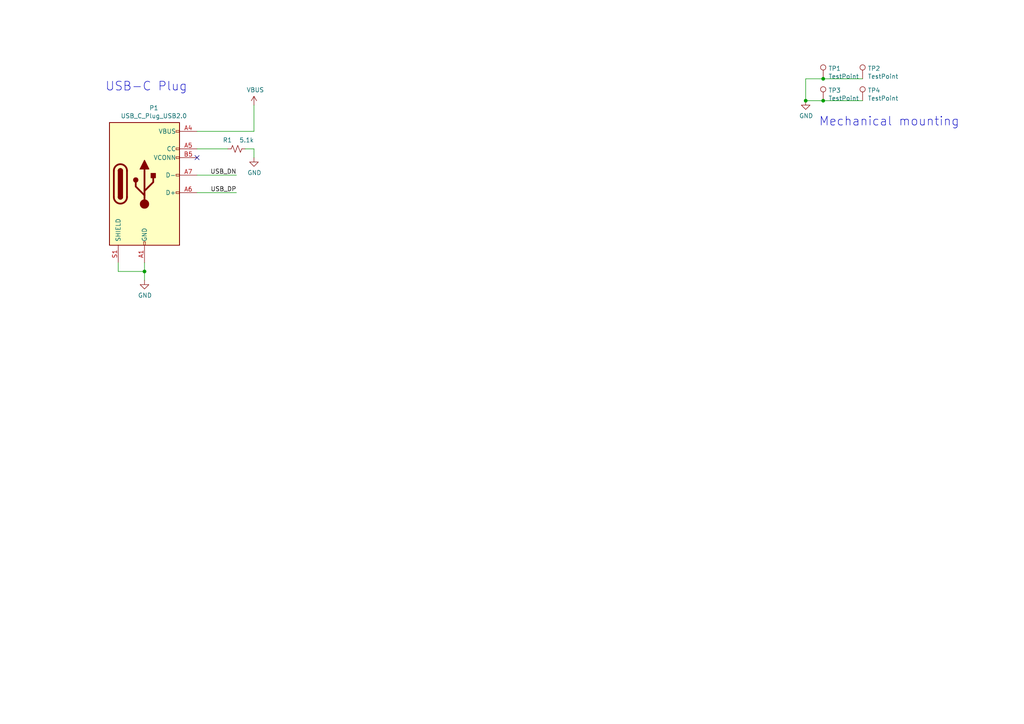
<source format=kicad_sch>
(kicad_sch (version 20230121) (generator eeschema)

  (uuid 45333b20-ef85-4258-8204-faf486fef600)

  (paper "A4")

  (title_block
    (title "Expansion Card Template")
    (date "2020-12-12")
    (rev "X1")
    (company "Framework")
    (comment 1 "This work is licensed under a Creative Commons Attribution 4.0 International License")
    (comment 4 "https://frame.work")
  )

  (lib_symbols
    (symbol "Connector:TestPoint" (pin_numbers hide) (pin_names (offset 0.762) hide) (in_bom yes) (on_board yes)
      (property "Reference" "TP" (at 0 6.858 0)
        (effects (font (size 1.27 1.27)))
      )
      (property "Value" "TestPoint" (at 0 5.08 0)
        (effects (font (size 1.27 1.27)))
      )
      (property "Footprint" "" (at 5.08 0 0)
        (effects (font (size 1.27 1.27)) hide)
      )
      (property "Datasheet" "~" (at 5.08 0 0)
        (effects (font (size 1.27 1.27)) hide)
      )
      (property "ki_keywords" "test point tp" (at 0 0 0)
        (effects (font (size 1.27 1.27)) hide)
      )
      (property "ki_description" "test point" (at 0 0 0)
        (effects (font (size 1.27 1.27)) hide)
      )
      (property "ki_fp_filters" "Pin* Test*" (at 0 0 0)
        (effects (font (size 1.27 1.27)) hide)
      )
      (symbol "TestPoint_0_1"
        (circle (center 0 3.302) (radius 0.762)
          (stroke (width 0) (type default))
          (fill (type none))
        )
      )
      (symbol "TestPoint_1_1"
        (pin passive line (at 0 0 90) (length 2.54)
          (name "1" (effects (font (size 1.27 1.27))))
          (number "1" (effects (font (size 1.27 1.27))))
        )
      )
    )
    (symbol "Connector:USB_C_Plug_USB2.0" (pin_names (offset 1.016)) (in_bom yes) (on_board yes)
      (property "Reference" "P" (at -10.16 19.05 0)
        (effects (font (size 1.27 1.27)) (justify left))
      )
      (property "Value" "USB_C_Plug_USB2.0" (at 12.7 19.05 0)
        (effects (font (size 1.27 1.27)) (justify right))
      )
      (property "Footprint" "" (at 3.81 0 0)
        (effects (font (size 1.27 1.27)) hide)
      )
      (property "Datasheet" "https://www.usb.org/sites/default/files/documents/usb_type-c.zip" (at 3.81 0 0)
        (effects (font (size 1.27 1.27)) hide)
      )
      (property "ki_keywords" "usb universal serial bus type-C USB2.0" (at 0 0 0)
        (effects (font (size 1.27 1.27)) hide)
      )
      (property "ki_description" "USB 2.0-only Type-C Plug connector" (at 0 0 0)
        (effects (font (size 1.27 1.27)) hide)
      )
      (property "ki_fp_filters" "USB*C*Plug*" (at 0 0 0)
        (effects (font (size 1.27 1.27)) hide)
      )
      (symbol "USB_C_Plug_USB2.0_0_0"
        (rectangle (start -0.254 -17.78) (end 0.254 -16.764)
          (stroke (width 0) (type default))
          (fill (type none))
        )
        (rectangle (start 10.16 -2.286) (end 9.144 -2.794)
          (stroke (width 0) (type default))
          (fill (type none))
        )
        (rectangle (start 10.16 2.794) (end 9.144 2.286)
          (stroke (width 0) (type default))
          (fill (type none))
        )
        (rectangle (start 10.16 7.874) (end 9.144 7.366)
          (stroke (width 0) (type default))
          (fill (type none))
        )
        (rectangle (start 10.16 10.414) (end 9.144 9.906)
          (stroke (width 0) (type default))
          (fill (type none))
        )
        (rectangle (start 10.16 15.494) (end 9.144 14.986)
          (stroke (width 0) (type default))
          (fill (type none))
        )
      )
      (symbol "USB_C_Plug_USB2.0_0_1"
        (rectangle (start -10.16 17.78) (end 10.16 -17.78)
          (stroke (width 0.254) (type default))
          (fill (type background))
        )
        (arc (start -8.89 -3.81) (mid -6.985 -5.7067) (end -5.08 -3.81)
          (stroke (width 0.508) (type default))
          (fill (type none))
        )
        (arc (start -7.62 -3.81) (mid -6.985 -4.4423) (end -6.35 -3.81)
          (stroke (width 0.254) (type default))
          (fill (type none))
        )
        (arc (start -7.62 -3.81) (mid -6.985 -4.4423) (end -6.35 -3.81)
          (stroke (width 0.254) (type default))
          (fill (type outline))
        )
        (rectangle (start -7.62 -3.81) (end -6.35 3.81)
          (stroke (width 0.254) (type default))
          (fill (type outline))
        )
        (arc (start -6.35 3.81) (mid -6.985 4.4423) (end -7.62 3.81)
          (stroke (width 0.254) (type default))
          (fill (type none))
        )
        (arc (start -6.35 3.81) (mid -6.985 4.4423) (end -7.62 3.81)
          (stroke (width 0.254) (type default))
          (fill (type outline))
        )
        (arc (start -5.08 3.81) (mid -6.985 5.7067) (end -8.89 3.81)
          (stroke (width 0.508) (type default))
          (fill (type none))
        )
        (circle (center -2.54 1.143) (radius 0.635)
          (stroke (width 0.254) (type default))
          (fill (type outline))
        )
        (circle (center 0 -5.842) (radius 1.27)
          (stroke (width 0) (type default))
          (fill (type outline))
        )
        (polyline
          (pts
            (xy -8.89 -3.81)
            (xy -8.89 3.81)
          )
          (stroke (width 0.508) (type default))
          (fill (type none))
        )
        (polyline
          (pts
            (xy -5.08 3.81)
            (xy -5.08 -3.81)
          )
          (stroke (width 0.508) (type default))
          (fill (type none))
        )
        (polyline
          (pts
            (xy 0 -5.842)
            (xy 0 4.318)
          )
          (stroke (width 0.508) (type default))
          (fill (type none))
        )
        (polyline
          (pts
            (xy 0 -3.302)
            (xy -2.54 -0.762)
            (xy -2.54 0.508)
          )
          (stroke (width 0.508) (type default))
          (fill (type none))
        )
        (polyline
          (pts
            (xy 0 -2.032)
            (xy 2.54 0.508)
            (xy 2.54 1.778)
          )
          (stroke (width 0.508) (type default))
          (fill (type none))
        )
        (polyline
          (pts
            (xy -1.27 4.318)
            (xy 0 6.858)
            (xy 1.27 4.318)
            (xy -1.27 4.318)
          )
          (stroke (width 0.254) (type default))
          (fill (type outline))
        )
        (rectangle (start 1.905 1.778) (end 3.175 3.048)
          (stroke (width 0.254) (type default))
          (fill (type outline))
        )
      )
      (symbol "USB_C_Plug_USB2.0_1_1"
        (pin passive line (at 0 -22.86 90) (length 5.08)
          (name "GND" (effects (font (size 1.27 1.27))))
          (number "A1" (effects (font (size 1.27 1.27))))
        )
        (pin passive line (at 0 -22.86 90) (length 5.08) hide
          (name "GND" (effects (font (size 1.27 1.27))))
          (number "A12" (effects (font (size 1.27 1.27))))
        )
        (pin passive line (at 15.24 15.24 180) (length 5.08)
          (name "VBUS" (effects (font (size 1.27 1.27))))
          (number "A4" (effects (font (size 1.27 1.27))))
        )
        (pin bidirectional line (at 15.24 10.16 180) (length 5.08)
          (name "CC" (effects (font (size 1.27 1.27))))
          (number "A5" (effects (font (size 1.27 1.27))))
        )
        (pin bidirectional line (at 15.24 -2.54 180) (length 5.08)
          (name "D+" (effects (font (size 1.27 1.27))))
          (number "A6" (effects (font (size 1.27 1.27))))
        )
        (pin bidirectional line (at 15.24 2.54 180) (length 5.08)
          (name "D-" (effects (font (size 1.27 1.27))))
          (number "A7" (effects (font (size 1.27 1.27))))
        )
        (pin passive line (at 15.24 15.24 180) (length 5.08) hide
          (name "VBUS" (effects (font (size 1.27 1.27))))
          (number "A9" (effects (font (size 1.27 1.27))))
        )
        (pin passive line (at 0 -22.86 90) (length 5.08) hide
          (name "GND" (effects (font (size 1.27 1.27))))
          (number "B1" (effects (font (size 1.27 1.27))))
        )
        (pin passive line (at 0 -22.86 90) (length 5.08) hide
          (name "GND" (effects (font (size 1.27 1.27))))
          (number "B12" (effects (font (size 1.27 1.27))))
        )
        (pin passive line (at 15.24 15.24 180) (length 5.08) hide
          (name "VBUS" (effects (font (size 1.27 1.27))))
          (number "B4" (effects (font (size 1.27 1.27))))
        )
        (pin bidirectional line (at 15.24 7.62 180) (length 5.08)
          (name "VCONN" (effects (font (size 1.27 1.27))))
          (number "B5" (effects (font (size 1.27 1.27))))
        )
        (pin passive line (at 15.24 15.24 180) (length 5.08) hide
          (name "VBUS" (effects (font (size 1.27 1.27))))
          (number "B9" (effects (font (size 1.27 1.27))))
        )
        (pin passive line (at -7.62 -22.86 90) (length 5.08)
          (name "SHIELD" (effects (font (size 1.27 1.27))))
          (number "S1" (effects (font (size 1.27 1.27))))
        )
      )
    )
    (symbol "Device:R_Small_US" (pin_numbers hide) (pin_names (offset 0.254) hide) (in_bom yes) (on_board yes)
      (property "Reference" "R" (at 0.762 0.508 0)
        (effects (font (size 1.27 1.27)) (justify left))
      )
      (property "Value" "R_Small_US" (at 0.762 -1.016 0)
        (effects (font (size 1.27 1.27)) (justify left))
      )
      (property "Footprint" "" (at 0 0 0)
        (effects (font (size 1.27 1.27)) hide)
      )
      (property "Datasheet" "~" (at 0 0 0)
        (effects (font (size 1.27 1.27)) hide)
      )
      (property "ki_keywords" "r resistor" (at 0 0 0)
        (effects (font (size 1.27 1.27)) hide)
      )
      (property "ki_description" "Resistor, small US symbol" (at 0 0 0)
        (effects (font (size 1.27 1.27)) hide)
      )
      (property "ki_fp_filters" "R_*" (at 0 0 0)
        (effects (font (size 1.27 1.27)) hide)
      )
      (symbol "R_Small_US_1_1"
        (polyline
          (pts
            (xy 0 0)
            (xy 1.016 -0.381)
            (xy 0 -0.762)
            (xy -1.016 -1.143)
            (xy 0 -1.524)
          )
          (stroke (width 0) (type default))
          (fill (type none))
        )
        (polyline
          (pts
            (xy 0 1.524)
            (xy 1.016 1.143)
            (xy 0 0.762)
            (xy -1.016 0.381)
            (xy 0 0)
          )
          (stroke (width 0) (type default))
          (fill (type none))
        )
        (pin passive line (at 0 2.54 270) (length 1.016)
          (name "~" (effects (font (size 1.27 1.27))))
          (number "1" (effects (font (size 1.27 1.27))))
        )
        (pin passive line (at 0 -2.54 90) (length 1.016)
          (name "~" (effects (font (size 1.27 1.27))))
          (number "2" (effects (font (size 1.27 1.27))))
        )
      )
    )
    (symbol "power:GND" (power) (pin_names (offset 0)) (in_bom yes) (on_board yes)
      (property "Reference" "#PWR" (at 0 -6.35 0)
        (effects (font (size 1.27 1.27)) hide)
      )
      (property "Value" "GND" (at 0 -3.81 0)
        (effects (font (size 1.27 1.27)))
      )
      (property "Footprint" "" (at 0 0 0)
        (effects (font (size 1.27 1.27)) hide)
      )
      (property "Datasheet" "" (at 0 0 0)
        (effects (font (size 1.27 1.27)) hide)
      )
      (property "ki_keywords" "global power" (at 0 0 0)
        (effects (font (size 1.27 1.27)) hide)
      )
      (property "ki_description" "Power symbol creates a global label with name \"GND\" , ground" (at 0 0 0)
        (effects (font (size 1.27 1.27)) hide)
      )
      (symbol "GND_0_1"
        (polyline
          (pts
            (xy 0 0)
            (xy 0 -1.27)
            (xy 1.27 -1.27)
            (xy 0 -2.54)
            (xy -1.27 -1.27)
            (xy 0 -1.27)
          )
          (stroke (width 0) (type default))
          (fill (type none))
        )
      )
      (symbol "GND_1_1"
        (pin power_in line (at 0 0 270) (length 0) hide
          (name "GND" (effects (font (size 1.27 1.27))))
          (number "1" (effects (font (size 1.27 1.27))))
        )
      )
    )
    (symbol "power:VBUS" (power) (pin_names (offset 0)) (in_bom yes) (on_board yes)
      (property "Reference" "#PWR" (at 0 -3.81 0)
        (effects (font (size 1.27 1.27)) hide)
      )
      (property "Value" "VBUS" (at 0 3.81 0)
        (effects (font (size 1.27 1.27)))
      )
      (property "Footprint" "" (at 0 0 0)
        (effects (font (size 1.27 1.27)) hide)
      )
      (property "Datasheet" "" (at 0 0 0)
        (effects (font (size 1.27 1.27)) hide)
      )
      (property "ki_keywords" "global power" (at 0 0 0)
        (effects (font (size 1.27 1.27)) hide)
      )
      (property "ki_description" "Power symbol creates a global label with name \"VBUS\"" (at 0 0 0)
        (effects (font (size 1.27 1.27)) hide)
      )
      (symbol "VBUS_0_1"
        (polyline
          (pts
            (xy -0.762 1.27)
            (xy 0 2.54)
          )
          (stroke (width 0) (type default))
          (fill (type none))
        )
        (polyline
          (pts
            (xy 0 0)
            (xy 0 2.54)
          )
          (stroke (width 0) (type default))
          (fill (type none))
        )
        (polyline
          (pts
            (xy 0 2.54)
            (xy 0.762 1.27)
          )
          (stroke (width 0) (type default))
          (fill (type none))
        )
      )
      (symbol "VBUS_1_1"
        (pin power_in line (at 0 0 90) (length 0) hide
          (name "VBUS" (effects (font (size 1.27 1.27))))
          (number "1" (effects (font (size 1.27 1.27))))
        )
      )
    )
  )

  (junction (at 238.76 22.86) (diameter 0) (color 0 0 0 0)
    (uuid 2da246e2-bcb0-4648-a521-ee394a470894)
  )
  (junction (at 41.91 78.74) (diameter 0) (color 0 0 0 0)
    (uuid 73f1ffd1-608e-4aa3-9717-5bbfaa0e71b6)
  )
  (junction (at 233.68 29.21) (diameter 0) (color 0 0 0 0)
    (uuid 7d2a6693-f328-4d31-a0f2-b4786ac9794a)
  )
  (junction (at 238.76 29.21) (diameter 0) (color 0 0 0 0)
    (uuid 8999d398-b62f-4c48-93b9-40770a9de088)
  )

  (no_connect (at 57.15 45.72) (uuid 65c04fd3-4c1d-4c84-bcc2-effee292754d))

  (wire (pts (xy 250.19 22.86) (xy 238.76 22.86))
    (stroke (width 0) (type default))
    (uuid 0a9b3038-013b-4a24-a4ab-a8932f216dbd)
  )
  (wire (pts (xy 71.12 43.18) (xy 73.66 43.18))
    (stroke (width 0) (type default))
    (uuid 10fbf2aa-6aed-4f07-b634-d0fff89b4523)
  )
  (wire (pts (xy 41.91 81.28) (xy 41.91 78.74))
    (stroke (width 0) (type default))
    (uuid 14c5337b-bb72-4b5f-bce4-15a991ec9c45)
  )
  (wire (pts (xy 238.76 29.21) (xy 233.68 29.21))
    (stroke (width 0) (type default))
    (uuid 15024f71-2100-48e4-bb7a-fe2e9084b323)
  )
  (wire (pts (xy 73.66 38.1) (xy 73.66 30.48))
    (stroke (width 0) (type default))
    (uuid 27223b71-b285-4f12-b7f2-95ed2f750182)
  )
  (wire (pts (xy 233.68 22.86) (xy 233.68 29.21))
    (stroke (width 0) (type default))
    (uuid 3a5faea5-7143-494b-b90c-af2175a2b599)
  )
  (wire (pts (xy 238.76 22.86) (xy 233.68 22.86))
    (stroke (width 0) (type default))
    (uuid 5868fff4-7a72-4d8e-9524-d1f5bbc6f248)
  )
  (wire (pts (xy 73.66 43.18) (xy 73.66 45.72))
    (stroke (width 0) (type default))
    (uuid 6f361977-0013-40c8-a87a-cb9d99666a5b)
  )
  (wire (pts (xy 250.19 29.21) (xy 238.76 29.21))
    (stroke (width 0) (type default))
    (uuid 71ffec4f-c030-4d27-b489-02eed9e328e6)
  )
  (wire (pts (xy 34.29 76.2) (xy 34.29 78.74))
    (stroke (width 0) (type default))
    (uuid a7e1d858-a844-4a61-925b-c2908348913b)
  )
  (wire (pts (xy 57.15 38.1) (xy 73.66 38.1))
    (stroke (width 0) (type default))
    (uuid acd35b55-7c9f-401b-86fa-03e12df9ff6e)
  )
  (wire (pts (xy 57.15 55.88) (xy 68.58 55.88))
    (stroke (width 0) (type default))
    (uuid c1da7b10-c192-41b2-b413-c8db96e3d333)
  )
  (wire (pts (xy 57.15 50.8) (xy 68.58 50.8))
    (stroke (width 0) (type default))
    (uuid c75b1190-9126-430b-a464-f8c4fdd3cd3f)
  )
  (wire (pts (xy 41.91 78.74) (xy 41.91 76.2))
    (stroke (width 0) (type default))
    (uuid d01c09c6-39bc-42ad-a5a6-c30834e1d8ae)
  )
  (wire (pts (xy 34.29 78.74) (xy 41.91 78.74))
    (stroke (width 0) (type default))
    (uuid d64626ed-5e36-4a0e-9aa1-b1bb25191708)
  )
  (wire (pts (xy 57.15 43.18) (xy 66.04 43.18))
    (stroke (width 0) (type default))
    (uuid f926e91e-c2c9-4cb1-a569-8877908d5e10)
  )

  (text "Mechanical mounting" (at 237.49 36.83 0)
    (effects (font (size 2.54 2.54)) (justify left bottom))
    (uuid 763cb852-c6a5-4692-b95a-f8a72da6850e)
  )
  (text "USB-C Plug" (at 30.48 26.67 0)
    (effects (font (size 2.54 2.54)) (justify left bottom))
    (uuid dff5ab7b-457b-4cd5-a0ee-9b3ebd69b40b)
  )

  (label "USB_DN" (at 68.58 50.8 180) (fields_autoplaced)
    (effects (font (size 1.27 1.27)) (justify right bottom))
    (uuid a6cc145a-057d-40b1-afa6-52307b071fea)
  )
  (label "USB_DP" (at 68.58 55.88 180) (fields_autoplaced)
    (effects (font (size 1.27 1.27)) (justify right bottom))
    (uuid fee472e9-dd0e-4df4-bc09-2daa719f2524)
  )

  (symbol (lib_id "Connector:USB_C_Plug_USB2.0") (at 41.91 53.34 0) (unit 1)
    (in_bom yes) (on_board yes) (dnp no)
    (uuid 00000000-0000-0000-0000-00005fd76bc6)
    (property "Reference" "P1" (at 44.6278 31.3182 0)
      (effects (font (size 1.27 1.27)))
    )
    (property "Value" "USB_C_Plug_USB2.0" (at 44.6278 33.6296 0)
      (effects (font (size 1.27 1.27)))
    )
    (property "Footprint" "Expansion_Card:USB_C_Plug_Molex_105444" (at 45.72 53.34 0)
      (effects (font (size 1.27 1.27)) hide)
    )
    (property "Datasheet" "https://www.usb.org/sites/default/files/documents/usb_type-c.zip" (at 45.72 53.34 0)
      (effects (font (size 1.27 1.27)) hide)
    )
    (pin "A1" (uuid a72d0e3b-e961-46a6-8fcd-310f7cce1799))
    (pin "A12" (uuid daa2a93d-c880-4dfb-ba62-d56be3ba903f))
    (pin "A4" (uuid f8a5e7cf-8c7a-4f3c-ae28-c8f7080642b5))
    (pin "A5" (uuid dc413eea-f584-40f6-9937-8a93857dbc10))
    (pin "A6" (uuid beb02118-9c6f-4f34-b471-607aafad30de))
    (pin "A7" (uuid 84df60a5-222f-4dc6-9cc9-6748e89979db))
    (pin "A9" (uuid 50f95455-3311-43e4-b20b-bcfa978fd3ff))
    (pin "B1" (uuid 2c285150-5812-4925-a4a6-cb1c3b2cca0f))
    (pin "B12" (uuid 900c19c2-3712-47f0-a546-de55ed8868aa))
    (pin "B4" (uuid ba2a0ad0-52b1-4217-97f8-5e788aa4e424))
    (pin "B5" (uuid 47f80516-1d03-4da1-8c15-a800d1ca5865))
    (pin "B9" (uuid 5d2548d3-a5f7-4ee7-8dfd-e8e1ee5a593f))
    (pin "S1" (uuid cfaf0135-6747-44f3-bbad-635616487828))
    (instances
      (project "Logitech_Unifying_Expansion_Card_Retrofit"
        (path "/45333b20-ef85-4258-8204-faf486fef600"
          (reference "P1") (unit 1)
        )
      )
    )
  )

  (symbol (lib_id "Device:R_Small_US") (at 68.58 43.18 90) (unit 1)
    (in_bom yes) (on_board yes) (dnp no)
    (uuid 00000000-0000-0000-0000-00005fd77c84)
    (property "Reference" "R1" (at 67.31 40.64 90)
      (effects (font (size 1.27 1.27)) (justify left))
    )
    (property "Value" "5.1k" (at 73.66 40.64 90)
      (effects (font (size 1.27 1.27)) (justify left))
    )
    (property "Footprint" "Resistor_SMD:R_0603_1608Metric" (at 68.58 43.18 0)
      (effects (font (size 1.27 1.27)) hide)
    )
    (property "Datasheet" "~" (at 68.58 43.18 0)
      (effects (font (size 1.27 1.27)) hide)
    )
    (pin "1" (uuid 4dcfd5aa-625b-490c-b523-56c5e0a662dd))
    (pin "2" (uuid da94733f-a047-4a58-ad56-292e08fba056))
    (instances
      (project "Logitech_Unifying_Expansion_Card_Retrofit"
        (path "/45333b20-ef85-4258-8204-faf486fef600"
          (reference "R1") (unit 1)
        )
      )
    )
  )

  (symbol (lib_id "power:GND") (at 41.91 81.28 0) (unit 1)
    (in_bom yes) (on_board yes) (dnp no)
    (uuid 00000000-0000-0000-0000-00005fd7a664)
    (property "Reference" "#PWR01" (at 41.91 87.63 0)
      (effects (font (size 1.27 1.27)) hide)
    )
    (property "Value" "GND" (at 42.037 85.6742 0)
      (effects (font (size 1.27 1.27)))
    )
    (property "Footprint" "" (at 41.91 81.28 0)
      (effects (font (size 1.27 1.27)) hide)
    )
    (property "Datasheet" "" (at 41.91 81.28 0)
      (effects (font (size 1.27 1.27)) hide)
    )
    (pin "1" (uuid 90d3d8b7-5164-4b37-85e0-47e7bd1a5cad))
    (instances
      (project "Logitech_Unifying_Expansion_Card_Retrofit"
        (path "/45333b20-ef85-4258-8204-faf486fef600"
          (reference "#PWR01") (unit 1)
        )
      )
    )
  )

  (symbol (lib_id "power:GND") (at 73.66 45.72 0) (unit 1)
    (in_bom yes) (on_board yes) (dnp no)
    (uuid 00000000-0000-0000-0000-00005fd7ac88)
    (property "Reference" "#PWR03" (at 73.66 52.07 0)
      (effects (font (size 1.27 1.27)) hide)
    )
    (property "Value" "GND" (at 73.787 50.1142 0)
      (effects (font (size 1.27 1.27)))
    )
    (property "Footprint" "" (at 73.66 45.72 0)
      (effects (font (size 1.27 1.27)) hide)
    )
    (property "Datasheet" "" (at 73.66 45.72 0)
      (effects (font (size 1.27 1.27)) hide)
    )
    (pin "1" (uuid 5e457138-fd8f-4b22-b0d5-338e73d78d76))
    (instances
      (project "Logitech_Unifying_Expansion_Card_Retrofit"
        (path "/45333b20-ef85-4258-8204-faf486fef600"
          (reference "#PWR03") (unit 1)
        )
      )
    )
  )

  (symbol (lib_id "power:VBUS") (at 73.66 30.48 0) (unit 1)
    (in_bom yes) (on_board yes) (dnp no)
    (uuid 00000000-0000-0000-0000-00005fd8c202)
    (property "Reference" "#PWR02" (at 73.66 34.29 0)
      (effects (font (size 1.27 1.27)) hide)
    )
    (property "Value" "VBUS" (at 74.041 26.0858 0)
      (effects (font (size 1.27 1.27)))
    )
    (property "Footprint" "" (at 73.66 30.48 0)
      (effects (font (size 1.27 1.27)) hide)
    )
    (property "Datasheet" "" (at 73.66 30.48 0)
      (effects (font (size 1.27 1.27)) hide)
    )
    (pin "1" (uuid 1bef8ed8-f7d0-42df-a77b-a4353b66464e))
    (instances
      (project "Logitech_Unifying_Expansion_Card_Retrofit"
        (path "/45333b20-ef85-4258-8204-faf486fef600"
          (reference "#PWR02") (unit 1)
        )
      )
    )
  )

  (symbol (lib_id "Connector:TestPoint") (at 250.19 22.86 0) (unit 1)
    (in_bom yes) (on_board yes) (dnp no)
    (uuid 00000000-0000-0000-0000-0000606a78c1)
    (property "Reference" "TP2" (at 251.6632 19.8628 0)
      (effects (font (size 1.27 1.27)) (justify left))
    )
    (property "Value" "TestPoint" (at 251.6632 22.1742 0)
      (effects (font (size 1.27 1.27)) (justify left))
    )
    (property "Footprint" "TestPoint:TestPoint_Pad_1.5x1.5mm" (at 255.27 22.86 0)
      (effects (font (size 1.27 1.27)) hide)
    )
    (property "Datasheet" "~" (at 255.27 22.86 0)
      (effects (font (size 1.27 1.27)) hide)
    )
    (pin "1" (uuid d03460e5-7c66-4c22-8777-1b618fdf3d6b))
    (instances
      (project "Logitech_Unifying_Expansion_Card_Retrofit"
        (path "/45333b20-ef85-4258-8204-faf486fef600"
          (reference "TP2") (unit 1)
        )
      )
    )
  )

  (symbol (lib_id "Connector:TestPoint") (at 238.76 22.86 0) (unit 1)
    (in_bom yes) (on_board yes) (dnp no)
    (uuid 00000000-0000-0000-0000-0000606a89a3)
    (property "Reference" "TP1" (at 240.2332 19.8628 0)
      (effects (font (size 1.27 1.27)) (justify left))
    )
    (property "Value" "TestPoint" (at 240.2332 22.1742 0)
      (effects (font (size 1.27 1.27)) (justify left))
    )
    (property "Footprint" "TestPoint:TestPoint_Pad_1.5x1.5mm" (at 243.84 22.86 0)
      (effects (font (size 1.27 1.27)) hide)
    )
    (property "Datasheet" "~" (at 243.84 22.86 0)
      (effects (font (size 1.27 1.27)) hide)
    )
    (pin "1" (uuid d5cea16f-83f4-4e43-8e12-8f55d344324d))
    (instances
      (project "Logitech_Unifying_Expansion_Card_Retrofit"
        (path "/45333b20-ef85-4258-8204-faf486fef600"
          (reference "TP1") (unit 1)
        )
      )
    )
  )

  (symbol (lib_id "Connector:TestPoint") (at 238.76 29.21 0) (unit 1)
    (in_bom yes) (on_board yes) (dnp no)
    (uuid 00000000-0000-0000-0000-0000606a8c9b)
    (property "Reference" "TP3" (at 240.2332 26.2128 0)
      (effects (font (size 1.27 1.27)) (justify left))
    )
    (property "Value" "TestPoint" (at 240.2332 28.5242 0)
      (effects (font (size 1.27 1.27)) (justify left))
    )
    (property "Footprint" "TestPoint:TestPoint_Pad_1.5x1.5mm" (at 243.84 29.21 0)
      (effects (font (size 1.27 1.27)) hide)
    )
    (property "Datasheet" "~" (at 243.84 29.21 0)
      (effects (font (size 1.27 1.27)) hide)
    )
    (pin "1" (uuid 450d85f2-0896-4e13-a7b4-504860c33c32))
    (instances
      (project "Logitech_Unifying_Expansion_Card_Retrofit"
        (path "/45333b20-ef85-4258-8204-faf486fef600"
          (reference "TP3") (unit 1)
        )
      )
    )
  )

  (symbol (lib_id "Connector:TestPoint") (at 250.19 29.21 0) (unit 1)
    (in_bom yes) (on_board yes) (dnp no)
    (uuid 00000000-0000-0000-0000-0000606a8e98)
    (property "Reference" "TP4" (at 251.6632 26.2128 0)
      (effects (font (size 1.27 1.27)) (justify left))
    )
    (property "Value" "TestPoint" (at 251.6632 28.5242 0)
      (effects (font (size 1.27 1.27)) (justify left))
    )
    (property "Footprint" "TestPoint:TestPoint_Pad_1.5x1.5mm" (at 255.27 29.21 0)
      (effects (font (size 1.27 1.27)) hide)
    )
    (property "Datasheet" "~" (at 255.27 29.21 0)
      (effects (font (size 1.27 1.27)) hide)
    )
    (pin "1" (uuid 8fdffc84-ff0a-495a-ab12-9b59c7236027))
    (instances
      (project "Logitech_Unifying_Expansion_Card_Retrofit"
        (path "/45333b20-ef85-4258-8204-faf486fef600"
          (reference "TP4") (unit 1)
        )
      )
    )
  )

  (symbol (lib_id "power:GND") (at 233.68 29.21 0) (unit 1)
    (in_bom yes) (on_board yes) (dnp no)
    (uuid 00000000-0000-0000-0000-0000606a9b9c)
    (property "Reference" "#PWR0101" (at 233.68 35.56 0)
      (effects (font (size 1.27 1.27)) hide)
    )
    (property "Value" "GND" (at 233.807 33.6042 0)
      (effects (font (size 1.27 1.27)))
    )
    (property "Footprint" "" (at 233.68 29.21 0)
      (effects (font (size 1.27 1.27)) hide)
    )
    (property "Datasheet" "" (at 233.68 29.21 0)
      (effects (font (size 1.27 1.27)) hide)
    )
    (pin "1" (uuid d28e1ec8-3441-41b7-9906-2ae15e7443d3))
    (instances
      (project "Logitech_Unifying_Expansion_Card_Retrofit"
        (path "/45333b20-ef85-4258-8204-faf486fef600"
          (reference "#PWR0101") (unit 1)
        )
      )
    )
  )

  (sheet_instances
    (path "/" (page "1"))
  )
)

</source>
